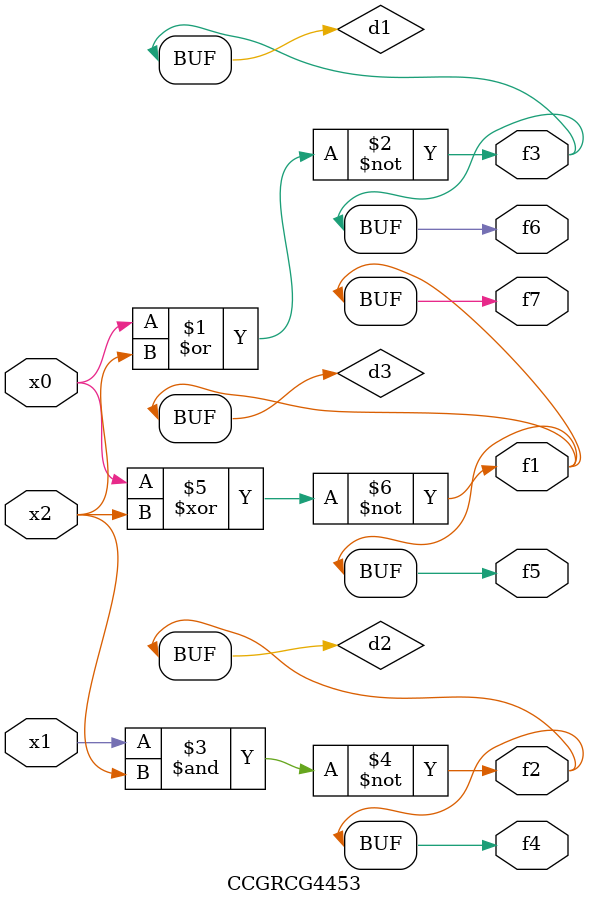
<source format=v>
module CCGRCG4453(
	input x0, x1, x2,
	output f1, f2, f3, f4, f5, f6, f7
);

	wire d1, d2, d3;

	nor (d1, x0, x2);
	nand (d2, x1, x2);
	xnor (d3, x0, x2);
	assign f1 = d3;
	assign f2 = d2;
	assign f3 = d1;
	assign f4 = d2;
	assign f5 = d3;
	assign f6 = d1;
	assign f7 = d3;
endmodule

</source>
